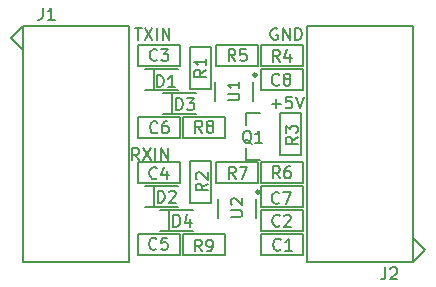
<source format=gto>
G04 #@! TF.GenerationSoftware,KiCad,Pcbnew,5.1.2-f72e74a~84~ubuntu18.04.1*
G04 #@! TF.CreationDate,2019-05-27T13:07:39-06:00*
G04 #@! TF.ProjectId,sprinkler_node_buffer,73707269-6e6b-46c6-9572-5f6e6f64655f,rev?*
G04 #@! TF.SameCoordinates,Original*
G04 #@! TF.FileFunction,Legend,Top*
G04 #@! TF.FilePolarity,Positive*
%FSLAX46Y46*%
G04 Gerber Fmt 4.6, Leading zero omitted, Abs format (unit mm)*
G04 Created by KiCad (PCBNEW 5.1.2-f72e74a~84~ubuntu18.04.1) date 2019-05-27 13:07:39*
%MOMM*%
%LPD*%
G04 APERTURE LIST*
%ADD10C,0.150000*%
%ADD11C,0.203200*%
%ADD12C,0.300000*%
G04 APERTURE END LIST*
D10*
X46594828Y-53309780D02*
X46261495Y-52833590D01*
X46023400Y-53309780D02*
X46023400Y-52309780D01*
X46404352Y-52309780D01*
X46499590Y-52357400D01*
X46547209Y-52405019D01*
X46594828Y-52500257D01*
X46594828Y-52643114D01*
X46547209Y-52738352D01*
X46499590Y-52785971D01*
X46404352Y-52833590D01*
X46023400Y-52833590D01*
X46928161Y-52309780D02*
X47594828Y-53309780D01*
X47594828Y-52309780D02*
X46928161Y-53309780D01*
X47975780Y-53309780D02*
X47975780Y-52309780D01*
X48451971Y-53309780D02*
X48451971Y-52309780D01*
X49023400Y-53309780D01*
X49023400Y-52309780D01*
X57820085Y-48534628D02*
X58581990Y-48534628D01*
X58201038Y-48915580D02*
X58201038Y-48153676D01*
X59534371Y-47915580D02*
X59058180Y-47915580D01*
X59010561Y-48391771D01*
X59058180Y-48344152D01*
X59153419Y-48296533D01*
X59391514Y-48296533D01*
X59486752Y-48344152D01*
X59534371Y-48391771D01*
X59581990Y-48487009D01*
X59581990Y-48725104D01*
X59534371Y-48820342D01*
X59486752Y-48867961D01*
X59391514Y-48915580D01*
X59153419Y-48915580D01*
X59058180Y-48867961D01*
X59010561Y-48820342D01*
X59867704Y-47915580D02*
X60201038Y-48915580D01*
X60534371Y-47915580D01*
X58293095Y-42172000D02*
X58197857Y-42124380D01*
X58055000Y-42124380D01*
X57912142Y-42172000D01*
X57816904Y-42267238D01*
X57769285Y-42362476D01*
X57721666Y-42552952D01*
X57721666Y-42695809D01*
X57769285Y-42886285D01*
X57816904Y-42981523D01*
X57912142Y-43076761D01*
X58055000Y-43124380D01*
X58150238Y-43124380D01*
X58293095Y-43076761D01*
X58340714Y-43029142D01*
X58340714Y-42695809D01*
X58150238Y-42695809D01*
X58769285Y-43124380D02*
X58769285Y-42124380D01*
X59340714Y-43124380D01*
X59340714Y-42124380D01*
X59816904Y-43124380D02*
X59816904Y-42124380D01*
X60055000Y-42124380D01*
X60197857Y-42172000D01*
X60293095Y-42267238D01*
X60340714Y-42362476D01*
X60388333Y-42552952D01*
X60388333Y-42695809D01*
X60340714Y-42886285D01*
X60293095Y-42981523D01*
X60197857Y-43076761D01*
X60055000Y-43124380D01*
X59816904Y-43124380D01*
X46253590Y-42098980D02*
X46825019Y-42098980D01*
X46539304Y-43098980D02*
X46539304Y-42098980D01*
X47063114Y-42098980D02*
X47729780Y-43098980D01*
X47729780Y-42098980D02*
X47063114Y-43098980D01*
X48110733Y-43098980D02*
X48110733Y-42098980D01*
X48586923Y-43098980D02*
X48586923Y-42098980D01*
X49158352Y-43098980D01*
X49158352Y-42098980D01*
X69778000Y-61936000D02*
X70778000Y-60936000D01*
X70778000Y-60936000D02*
X69778000Y-59936000D01*
X60778000Y-61936000D02*
X69778000Y-61936000D01*
X69778000Y-61936000D02*
X69778000Y-41936000D01*
X69778000Y-41936000D02*
X60778000Y-41936000D01*
X60778000Y-41936000D02*
X60778000Y-61936000D01*
D11*
X56896000Y-61341000D02*
X56896000Y-59563000D01*
X60452000Y-61341000D02*
X56896000Y-61341000D01*
X60452000Y-59563000D02*
X60452000Y-61341000D01*
X56896000Y-59563000D02*
X60452000Y-59563000D01*
X56896000Y-57531000D02*
X60452000Y-57531000D01*
X60452000Y-57531000D02*
X60452000Y-59309000D01*
X60452000Y-59309000D02*
X56896000Y-59309000D01*
X56896000Y-59309000D02*
X56896000Y-57531000D01*
X50038000Y-43561000D02*
X50038000Y-45339000D01*
X46482000Y-43561000D02*
X50038000Y-43561000D01*
X46482000Y-45339000D02*
X46482000Y-43561000D01*
X50038000Y-45339000D02*
X46482000Y-45339000D01*
X50038000Y-55245000D02*
X46482000Y-55245000D01*
X46482000Y-55245000D02*
X46482000Y-53467000D01*
X46482000Y-53467000D02*
X50038000Y-53467000D01*
X50038000Y-53467000D02*
X50038000Y-55245000D01*
X46482000Y-59563000D02*
X50038000Y-59563000D01*
X50038000Y-59563000D02*
X50038000Y-61341000D01*
X50038000Y-61341000D02*
X46482000Y-61341000D01*
X46482000Y-61341000D02*
X46482000Y-59563000D01*
X46482000Y-51435000D02*
X46482000Y-49657000D01*
X50038000Y-51435000D02*
X46482000Y-51435000D01*
X50038000Y-49657000D02*
X50038000Y-51435000D01*
X46482000Y-49657000D02*
X50038000Y-49657000D01*
X49914000Y-47382000D02*
X47114000Y-47382000D01*
X49914000Y-45582000D02*
X47114000Y-45582000D01*
X47879000Y-47382000D02*
X47879000Y-45582000D01*
X47879000Y-57288000D02*
X47879000Y-55488000D01*
X49914000Y-55488000D02*
X47114000Y-55488000D01*
X49914000Y-57288000D02*
X47114000Y-57288000D01*
X49403000Y-49414000D02*
X49403000Y-47614000D01*
X51438000Y-47614000D02*
X48638000Y-47614000D01*
X51438000Y-49414000D02*
X48638000Y-49414000D01*
X51184000Y-59320000D02*
X48384000Y-59320000D01*
X51184000Y-57520000D02*
X48384000Y-57520000D01*
X49149000Y-59320000D02*
X49149000Y-57520000D01*
D10*
X45775000Y-61950000D02*
X45775000Y-41950000D01*
X36775000Y-61950000D02*
X45775000Y-61950000D01*
X36775000Y-41950000D02*
X36775000Y-61950000D01*
X45775000Y-41950000D02*
X36775000Y-41950000D01*
X35775000Y-42950000D02*
X36775000Y-43950000D01*
X36775000Y-41950000D02*
X35775000Y-42950000D01*
D11*
X55618000Y-52308000D02*
X55618000Y-53308000D01*
X55618000Y-53308000D02*
X56868000Y-53308000D01*
X55618000Y-50308000D02*
X55618000Y-49308000D01*
X55618000Y-49308000D02*
X56868000Y-49308000D01*
X50927000Y-47244000D02*
X50927000Y-43688000D01*
X50927000Y-43688000D02*
X52705000Y-43688000D01*
X52705000Y-43688000D02*
X52705000Y-47244000D01*
X52705000Y-47244000D02*
X50927000Y-47244000D01*
X52705000Y-53340000D02*
X52705000Y-56896000D01*
X52705000Y-56896000D02*
X50927000Y-56896000D01*
X50927000Y-56896000D02*
X50927000Y-53340000D01*
X50927000Y-53340000D02*
X52705000Y-53340000D01*
X58547000Y-49276000D02*
X60325000Y-49276000D01*
X58547000Y-52832000D02*
X58547000Y-49276000D01*
X60325000Y-52832000D02*
X58547000Y-52832000D01*
X60325000Y-49276000D02*
X60325000Y-52832000D01*
X60452000Y-45339000D02*
X56896000Y-45339000D01*
X56896000Y-45339000D02*
X56896000Y-43561000D01*
X56896000Y-43561000D02*
X60452000Y-43561000D01*
X60452000Y-43561000D02*
X60452000Y-45339000D01*
X53086000Y-45339000D02*
X53086000Y-43561000D01*
X56642000Y-45339000D02*
X53086000Y-45339000D01*
X56642000Y-43561000D02*
X56642000Y-45339000D01*
X53086000Y-43561000D02*
X56642000Y-43561000D01*
X60452000Y-55245000D02*
X56896000Y-55245000D01*
X56896000Y-55245000D02*
X56896000Y-53467000D01*
X56896000Y-53467000D02*
X60452000Y-53467000D01*
X60452000Y-53467000D02*
X60452000Y-55245000D01*
X53086000Y-55245000D02*
X53086000Y-53467000D01*
X56642000Y-55245000D02*
X53086000Y-55245000D01*
X56642000Y-53467000D02*
X56642000Y-55245000D01*
X53086000Y-53467000D02*
X56642000Y-53467000D01*
X53848000Y-49657000D02*
X53848000Y-51435000D01*
X50292000Y-49657000D02*
X53848000Y-49657000D01*
X50292000Y-51435000D02*
X50292000Y-49657000D01*
X53848000Y-51435000D02*
X50292000Y-51435000D01*
X53848000Y-61341000D02*
X50292000Y-61341000D01*
X50292000Y-61341000D02*
X50292000Y-59563000D01*
X50292000Y-59563000D02*
X53848000Y-59563000D01*
X53848000Y-59563000D02*
X53848000Y-61341000D01*
D12*
X56510000Y-46098000D02*
G75*
G03X56510000Y-46098000I-100000J0D01*
G01*
D10*
X53010000Y-46698000D02*
X53010000Y-48298000D01*
X56210000Y-46698000D02*
X56210000Y-48298000D01*
X56464000Y-56604000D02*
X56464000Y-58204000D01*
X53264000Y-56604000D02*
X53264000Y-58204000D01*
D12*
X56764000Y-56004000D02*
G75*
G03X56764000Y-56004000I-100000J0D01*
G01*
D11*
X60452000Y-55499000D02*
X60452000Y-57277000D01*
X56896000Y-55499000D02*
X60452000Y-55499000D01*
X56896000Y-57277000D02*
X56896000Y-55499000D01*
X60452000Y-57277000D02*
X56896000Y-57277000D01*
X60452000Y-47371000D02*
X56896000Y-47371000D01*
X56896000Y-47371000D02*
X56896000Y-45593000D01*
X56896000Y-45593000D02*
X60452000Y-45593000D01*
X60452000Y-45593000D02*
X60452000Y-47371000D01*
D10*
X67444666Y-62388380D02*
X67444666Y-63102666D01*
X67397047Y-63245523D01*
X67301809Y-63340761D01*
X67158952Y-63388380D01*
X67063714Y-63388380D01*
X67873238Y-62483619D02*
X67920857Y-62436000D01*
X68016095Y-62388380D01*
X68254190Y-62388380D01*
X68349428Y-62436000D01*
X68397047Y-62483619D01*
X68444666Y-62578857D01*
X68444666Y-62674095D01*
X68397047Y-62816952D01*
X67825619Y-63388380D01*
X68444666Y-63388380D01*
X58583533Y-60859942D02*
X58535914Y-60907561D01*
X58393057Y-60955180D01*
X58297819Y-60955180D01*
X58154961Y-60907561D01*
X58059723Y-60812323D01*
X58012104Y-60717085D01*
X57964485Y-60526609D01*
X57964485Y-60383752D01*
X58012104Y-60193276D01*
X58059723Y-60098038D01*
X58154961Y-60002800D01*
X58297819Y-59955180D01*
X58393057Y-59955180D01*
X58535914Y-60002800D01*
X58583533Y-60050419D01*
X59535914Y-60955180D02*
X58964485Y-60955180D01*
X59250200Y-60955180D02*
X59250200Y-59955180D01*
X59154961Y-60098038D01*
X59059723Y-60193276D01*
X58964485Y-60240895D01*
X58507333Y-58827942D02*
X58459714Y-58875561D01*
X58316857Y-58923180D01*
X58221619Y-58923180D01*
X58078761Y-58875561D01*
X57983523Y-58780323D01*
X57935904Y-58685085D01*
X57888285Y-58494609D01*
X57888285Y-58351752D01*
X57935904Y-58161276D01*
X57983523Y-58066038D01*
X58078761Y-57970800D01*
X58221619Y-57923180D01*
X58316857Y-57923180D01*
X58459714Y-57970800D01*
X58507333Y-58018419D01*
X58888285Y-58018419D02*
X58935904Y-57970800D01*
X59031142Y-57923180D01*
X59269238Y-57923180D01*
X59364476Y-57970800D01*
X59412095Y-58018419D01*
X59459714Y-58113657D01*
X59459714Y-58208895D01*
X59412095Y-58351752D01*
X58840666Y-58923180D01*
X59459714Y-58923180D01*
X48118733Y-44807142D02*
X48071114Y-44854761D01*
X47928257Y-44902380D01*
X47833019Y-44902380D01*
X47690161Y-44854761D01*
X47594923Y-44759523D01*
X47547304Y-44664285D01*
X47499685Y-44473809D01*
X47499685Y-44330952D01*
X47547304Y-44140476D01*
X47594923Y-44045238D01*
X47690161Y-43950000D01*
X47833019Y-43902380D01*
X47928257Y-43902380D01*
X48071114Y-43950000D01*
X48118733Y-43997619D01*
X48452066Y-43902380D02*
X49071114Y-43902380D01*
X48737780Y-44283333D01*
X48880638Y-44283333D01*
X48975876Y-44330952D01*
X49023495Y-44378571D01*
X49071114Y-44473809D01*
X49071114Y-44711904D01*
X49023495Y-44807142D01*
X48975876Y-44854761D01*
X48880638Y-44902380D01*
X48594923Y-44902380D01*
X48499685Y-44854761D01*
X48452066Y-44807142D01*
X48093333Y-54814742D02*
X48045714Y-54862361D01*
X47902857Y-54909980D01*
X47807619Y-54909980D01*
X47664761Y-54862361D01*
X47569523Y-54767123D01*
X47521904Y-54671885D01*
X47474285Y-54481409D01*
X47474285Y-54338552D01*
X47521904Y-54148076D01*
X47569523Y-54052838D01*
X47664761Y-53957600D01*
X47807619Y-53909980D01*
X47902857Y-53909980D01*
X48045714Y-53957600D01*
X48093333Y-54005219D01*
X48950476Y-54243314D02*
X48950476Y-54909980D01*
X48712380Y-53862361D02*
X48474285Y-54576647D01*
X49093333Y-54576647D01*
X48067933Y-60783742D02*
X48020314Y-60831361D01*
X47877457Y-60878980D01*
X47782219Y-60878980D01*
X47639361Y-60831361D01*
X47544123Y-60736123D01*
X47496504Y-60640885D01*
X47448885Y-60450409D01*
X47448885Y-60307552D01*
X47496504Y-60117076D01*
X47544123Y-60021838D01*
X47639361Y-59926600D01*
X47782219Y-59878980D01*
X47877457Y-59878980D01*
X48020314Y-59926600D01*
X48067933Y-59974219D01*
X48972695Y-59878980D02*
X48496504Y-59878980D01*
X48448885Y-60355171D01*
X48496504Y-60307552D01*
X48591742Y-60259933D01*
X48829838Y-60259933D01*
X48925076Y-60307552D01*
X48972695Y-60355171D01*
X49020314Y-60450409D01*
X49020314Y-60688504D01*
X48972695Y-60783742D01*
X48925076Y-60831361D01*
X48829838Y-60878980D01*
X48591742Y-60878980D01*
X48496504Y-60831361D01*
X48448885Y-60783742D01*
X48144133Y-50928542D02*
X48096514Y-50976161D01*
X47953657Y-51023780D01*
X47858419Y-51023780D01*
X47715561Y-50976161D01*
X47620323Y-50880923D01*
X47572704Y-50785685D01*
X47525085Y-50595209D01*
X47525085Y-50452352D01*
X47572704Y-50261876D01*
X47620323Y-50166638D01*
X47715561Y-50071400D01*
X47858419Y-50023780D01*
X47953657Y-50023780D01*
X48096514Y-50071400D01*
X48144133Y-50119019D01*
X49001276Y-50023780D02*
X48810800Y-50023780D01*
X48715561Y-50071400D01*
X48667942Y-50119019D01*
X48572704Y-50261876D01*
X48525085Y-50452352D01*
X48525085Y-50833304D01*
X48572704Y-50928542D01*
X48620323Y-50976161D01*
X48715561Y-51023780D01*
X48906038Y-51023780D01*
X49001276Y-50976161D01*
X49048895Y-50928542D01*
X49096514Y-50833304D01*
X49096514Y-50595209D01*
X49048895Y-50499971D01*
X49001276Y-50452352D01*
X48906038Y-50404733D01*
X48715561Y-50404733D01*
X48620323Y-50452352D01*
X48572704Y-50499971D01*
X48525085Y-50595209D01*
X48106104Y-47112180D02*
X48106104Y-46112180D01*
X48344200Y-46112180D01*
X48487057Y-46159800D01*
X48582295Y-46255038D01*
X48629914Y-46350276D01*
X48677533Y-46540752D01*
X48677533Y-46683609D01*
X48629914Y-46874085D01*
X48582295Y-46969323D01*
X48487057Y-47064561D01*
X48344200Y-47112180D01*
X48106104Y-47112180D01*
X49629914Y-47112180D02*
X49058485Y-47112180D01*
X49344200Y-47112180D02*
X49344200Y-46112180D01*
X49248961Y-46255038D01*
X49153723Y-46350276D01*
X49058485Y-46397895D01*
X48182304Y-56891180D02*
X48182304Y-55891180D01*
X48420400Y-55891180D01*
X48563257Y-55938800D01*
X48658495Y-56034038D01*
X48706114Y-56129276D01*
X48753733Y-56319752D01*
X48753733Y-56462609D01*
X48706114Y-56653085D01*
X48658495Y-56748323D01*
X48563257Y-56843561D01*
X48420400Y-56891180D01*
X48182304Y-56891180D01*
X49134685Y-55986419D02*
X49182304Y-55938800D01*
X49277542Y-55891180D01*
X49515638Y-55891180D01*
X49610876Y-55938800D01*
X49658495Y-55986419D01*
X49706114Y-56081657D01*
X49706114Y-56176895D01*
X49658495Y-56319752D01*
X49087066Y-56891180D01*
X49706114Y-56891180D01*
X49731704Y-49042580D02*
X49731704Y-48042580D01*
X49969800Y-48042580D01*
X50112657Y-48090200D01*
X50207895Y-48185438D01*
X50255514Y-48280676D01*
X50303133Y-48471152D01*
X50303133Y-48614009D01*
X50255514Y-48804485D01*
X50207895Y-48899723D01*
X50112657Y-48994961D01*
X49969800Y-49042580D01*
X49731704Y-49042580D01*
X50636466Y-48042580D02*
X51255514Y-48042580D01*
X50922180Y-48423533D01*
X51065038Y-48423533D01*
X51160276Y-48471152D01*
X51207895Y-48518771D01*
X51255514Y-48614009D01*
X51255514Y-48852104D01*
X51207895Y-48947342D01*
X51160276Y-48994961D01*
X51065038Y-49042580D01*
X50779323Y-49042580D01*
X50684085Y-48994961D01*
X50636466Y-48947342D01*
X49503104Y-58923180D02*
X49503104Y-57923180D01*
X49741200Y-57923180D01*
X49884057Y-57970800D01*
X49979295Y-58066038D01*
X50026914Y-58161276D01*
X50074533Y-58351752D01*
X50074533Y-58494609D01*
X50026914Y-58685085D01*
X49979295Y-58780323D01*
X49884057Y-58875561D01*
X49741200Y-58923180D01*
X49503104Y-58923180D01*
X50931676Y-58256514D02*
X50931676Y-58923180D01*
X50693580Y-57875561D02*
X50455485Y-58589847D01*
X51074533Y-58589847D01*
X38441666Y-40402380D02*
X38441666Y-41116666D01*
X38394047Y-41259523D01*
X38298809Y-41354761D01*
X38155952Y-41402380D01*
X38060714Y-41402380D01*
X39441666Y-41402380D02*
X38870238Y-41402380D01*
X39155952Y-41402380D02*
X39155952Y-40402380D01*
X39060714Y-40545238D01*
X38965476Y-40640476D01*
X38870238Y-40688095D01*
X56114961Y-51906419D02*
X56019723Y-51858800D01*
X55924485Y-51763561D01*
X55781628Y-51620704D01*
X55686390Y-51573085D01*
X55591152Y-51573085D01*
X55638771Y-51811180D02*
X55543533Y-51763561D01*
X55448295Y-51668323D01*
X55400676Y-51477847D01*
X55400676Y-51144514D01*
X55448295Y-50954038D01*
X55543533Y-50858800D01*
X55638771Y-50811180D01*
X55829247Y-50811180D01*
X55924485Y-50858800D01*
X56019723Y-50954038D01*
X56067342Y-51144514D01*
X56067342Y-51477847D01*
X56019723Y-51668323D01*
X55924485Y-51763561D01*
X55829247Y-51811180D01*
X55638771Y-51811180D01*
X57019723Y-51811180D02*
X56448295Y-51811180D01*
X56734009Y-51811180D02*
X56734009Y-50811180D01*
X56638771Y-50954038D01*
X56543533Y-51049276D01*
X56448295Y-51096895D01*
X52268380Y-45658066D02*
X51792190Y-45991400D01*
X52268380Y-46229495D02*
X51268380Y-46229495D01*
X51268380Y-45848542D01*
X51316000Y-45753304D01*
X51363619Y-45705685D01*
X51458857Y-45658066D01*
X51601714Y-45658066D01*
X51696952Y-45705685D01*
X51744571Y-45753304D01*
X51792190Y-45848542D01*
X51792190Y-46229495D01*
X52268380Y-44705685D02*
X52268380Y-45277114D01*
X52268380Y-44991400D02*
X51268380Y-44991400D01*
X51411238Y-45086638D01*
X51506476Y-45181876D01*
X51554095Y-45277114D01*
X52395380Y-55284666D02*
X51919190Y-55618000D01*
X52395380Y-55856095D02*
X51395380Y-55856095D01*
X51395380Y-55475142D01*
X51443000Y-55379904D01*
X51490619Y-55332285D01*
X51585857Y-55284666D01*
X51728714Y-55284666D01*
X51823952Y-55332285D01*
X51871571Y-55379904D01*
X51919190Y-55475142D01*
X51919190Y-55856095D01*
X51490619Y-54903714D02*
X51443000Y-54856095D01*
X51395380Y-54760857D01*
X51395380Y-54522761D01*
X51443000Y-54427523D01*
X51490619Y-54379904D01*
X51585857Y-54332285D01*
X51681095Y-54332285D01*
X51823952Y-54379904D01*
X52395380Y-54951333D01*
X52395380Y-54332285D01*
X60015380Y-51322266D02*
X59539190Y-51655600D01*
X60015380Y-51893695D02*
X59015380Y-51893695D01*
X59015380Y-51512742D01*
X59063000Y-51417504D01*
X59110619Y-51369885D01*
X59205857Y-51322266D01*
X59348714Y-51322266D01*
X59443952Y-51369885D01*
X59491571Y-51417504D01*
X59539190Y-51512742D01*
X59539190Y-51893695D01*
X59015380Y-50988933D02*
X59015380Y-50369885D01*
X59396333Y-50703219D01*
X59396333Y-50560361D01*
X59443952Y-50465123D01*
X59491571Y-50417504D01*
X59586809Y-50369885D01*
X59824904Y-50369885D01*
X59920142Y-50417504D01*
X59967761Y-50465123D01*
X60015380Y-50560361D01*
X60015380Y-50846076D01*
X59967761Y-50941314D01*
X59920142Y-50988933D01*
X58507333Y-44953180D02*
X58174000Y-44476990D01*
X57935904Y-44953180D02*
X57935904Y-43953180D01*
X58316857Y-43953180D01*
X58412095Y-44000800D01*
X58459714Y-44048419D01*
X58507333Y-44143657D01*
X58507333Y-44286514D01*
X58459714Y-44381752D01*
X58412095Y-44429371D01*
X58316857Y-44476990D01*
X57935904Y-44476990D01*
X59364476Y-44286514D02*
X59364476Y-44953180D01*
X59126380Y-43905561D02*
X58888285Y-44619847D01*
X59507333Y-44619847D01*
X54748133Y-44902380D02*
X54414800Y-44426190D01*
X54176704Y-44902380D02*
X54176704Y-43902380D01*
X54557657Y-43902380D01*
X54652895Y-43950000D01*
X54700514Y-43997619D01*
X54748133Y-44092857D01*
X54748133Y-44235714D01*
X54700514Y-44330952D01*
X54652895Y-44378571D01*
X54557657Y-44426190D01*
X54176704Y-44426190D01*
X55652895Y-43902380D02*
X55176704Y-43902380D01*
X55129085Y-44378571D01*
X55176704Y-44330952D01*
X55271942Y-44283333D01*
X55510038Y-44283333D01*
X55605276Y-44330952D01*
X55652895Y-44378571D01*
X55700514Y-44473809D01*
X55700514Y-44711904D01*
X55652895Y-44807142D01*
X55605276Y-44854761D01*
X55510038Y-44902380D01*
X55271942Y-44902380D01*
X55176704Y-44854761D01*
X55129085Y-44807142D01*
X58507333Y-54833780D02*
X58174000Y-54357590D01*
X57935904Y-54833780D02*
X57935904Y-53833780D01*
X58316857Y-53833780D01*
X58412095Y-53881400D01*
X58459714Y-53929019D01*
X58507333Y-54024257D01*
X58507333Y-54167114D01*
X58459714Y-54262352D01*
X58412095Y-54309971D01*
X58316857Y-54357590D01*
X57935904Y-54357590D01*
X59364476Y-53833780D02*
X59174000Y-53833780D01*
X59078761Y-53881400D01*
X59031142Y-53929019D01*
X58935904Y-54071876D01*
X58888285Y-54262352D01*
X58888285Y-54643304D01*
X58935904Y-54738542D01*
X58983523Y-54786161D01*
X59078761Y-54833780D01*
X59269238Y-54833780D01*
X59364476Y-54786161D01*
X59412095Y-54738542D01*
X59459714Y-54643304D01*
X59459714Y-54405209D01*
X59412095Y-54309971D01*
X59364476Y-54262352D01*
X59269238Y-54214733D01*
X59078761Y-54214733D01*
X58983523Y-54262352D01*
X58935904Y-54309971D01*
X58888285Y-54405209D01*
X54773533Y-54859180D02*
X54440200Y-54382990D01*
X54202104Y-54859180D02*
X54202104Y-53859180D01*
X54583057Y-53859180D01*
X54678295Y-53906800D01*
X54725914Y-53954419D01*
X54773533Y-54049657D01*
X54773533Y-54192514D01*
X54725914Y-54287752D01*
X54678295Y-54335371D01*
X54583057Y-54382990D01*
X54202104Y-54382990D01*
X55106866Y-53859180D02*
X55773533Y-53859180D01*
X55344961Y-54859180D01*
X51928733Y-50972980D02*
X51595400Y-50496790D01*
X51357304Y-50972980D02*
X51357304Y-49972980D01*
X51738257Y-49972980D01*
X51833495Y-50020600D01*
X51881114Y-50068219D01*
X51928733Y-50163457D01*
X51928733Y-50306314D01*
X51881114Y-50401552D01*
X51833495Y-50449171D01*
X51738257Y-50496790D01*
X51357304Y-50496790D01*
X52500161Y-50401552D02*
X52404923Y-50353933D01*
X52357304Y-50306314D01*
X52309685Y-50211076D01*
X52309685Y-50163457D01*
X52357304Y-50068219D01*
X52404923Y-50020600D01*
X52500161Y-49972980D01*
X52690638Y-49972980D01*
X52785876Y-50020600D01*
X52833495Y-50068219D01*
X52881114Y-50163457D01*
X52881114Y-50211076D01*
X52833495Y-50306314D01*
X52785876Y-50353933D01*
X52690638Y-50401552D01*
X52500161Y-50401552D01*
X52404923Y-50449171D01*
X52357304Y-50496790D01*
X52309685Y-50592028D01*
X52309685Y-50782504D01*
X52357304Y-50877742D01*
X52404923Y-50925361D01*
X52500161Y-50972980D01*
X52690638Y-50972980D01*
X52785876Y-50925361D01*
X52833495Y-50877742D01*
X52881114Y-50782504D01*
X52881114Y-50592028D01*
X52833495Y-50496790D01*
X52785876Y-50449171D01*
X52690638Y-50401552D01*
X51903333Y-61031380D02*
X51570000Y-60555190D01*
X51331904Y-61031380D02*
X51331904Y-60031380D01*
X51712857Y-60031380D01*
X51808095Y-60079000D01*
X51855714Y-60126619D01*
X51903333Y-60221857D01*
X51903333Y-60364714D01*
X51855714Y-60459952D01*
X51808095Y-60507571D01*
X51712857Y-60555190D01*
X51331904Y-60555190D01*
X52379523Y-61031380D02*
X52570000Y-61031380D01*
X52665238Y-60983761D01*
X52712857Y-60936142D01*
X52808095Y-60793285D01*
X52855714Y-60602809D01*
X52855714Y-60221857D01*
X52808095Y-60126619D01*
X52760476Y-60079000D01*
X52665238Y-60031380D01*
X52474761Y-60031380D01*
X52379523Y-60079000D01*
X52331904Y-60126619D01*
X52284285Y-60221857D01*
X52284285Y-60459952D01*
X52331904Y-60555190D01*
X52379523Y-60602809D01*
X52474761Y-60650428D01*
X52665238Y-60650428D01*
X52760476Y-60602809D01*
X52808095Y-60555190D01*
X52855714Y-60459952D01*
X54087780Y-48234504D02*
X54897304Y-48234504D01*
X54992542Y-48186885D01*
X55040161Y-48139266D01*
X55087780Y-48044028D01*
X55087780Y-47853552D01*
X55040161Y-47758314D01*
X54992542Y-47710695D01*
X54897304Y-47663076D01*
X54087780Y-47663076D01*
X55087780Y-46663076D02*
X55087780Y-47234504D01*
X55087780Y-46948790D02*
X54087780Y-46948790D01*
X54230638Y-47044028D01*
X54325876Y-47139266D01*
X54373495Y-47234504D01*
X54341780Y-58089704D02*
X55151304Y-58089704D01*
X55246542Y-58042085D01*
X55294161Y-57994466D01*
X55341780Y-57899228D01*
X55341780Y-57708752D01*
X55294161Y-57613514D01*
X55246542Y-57565895D01*
X55151304Y-57518276D01*
X54341780Y-57518276D01*
X54437019Y-57089704D02*
X54389400Y-57042085D01*
X54341780Y-56946847D01*
X54341780Y-56708752D01*
X54389400Y-56613514D01*
X54437019Y-56565895D01*
X54532257Y-56518276D01*
X54627495Y-56518276D01*
X54770352Y-56565895D01*
X55341780Y-57137323D01*
X55341780Y-56518276D01*
X58456533Y-56922942D02*
X58408914Y-56970561D01*
X58266057Y-57018180D01*
X58170819Y-57018180D01*
X58027961Y-56970561D01*
X57932723Y-56875323D01*
X57885104Y-56780085D01*
X57837485Y-56589609D01*
X57837485Y-56446752D01*
X57885104Y-56256276D01*
X57932723Y-56161038D01*
X58027961Y-56065800D01*
X58170819Y-56018180D01*
X58266057Y-56018180D01*
X58408914Y-56065800D01*
X58456533Y-56113419D01*
X58789866Y-56018180D02*
X59456533Y-56018180D01*
X59027961Y-57018180D01*
X58456533Y-46889942D02*
X58408914Y-46937561D01*
X58266057Y-46985180D01*
X58170819Y-46985180D01*
X58027961Y-46937561D01*
X57932723Y-46842323D01*
X57885104Y-46747085D01*
X57837485Y-46556609D01*
X57837485Y-46413752D01*
X57885104Y-46223276D01*
X57932723Y-46128038D01*
X58027961Y-46032800D01*
X58170819Y-45985180D01*
X58266057Y-45985180D01*
X58408914Y-46032800D01*
X58456533Y-46080419D01*
X59027961Y-46413752D02*
X58932723Y-46366133D01*
X58885104Y-46318514D01*
X58837485Y-46223276D01*
X58837485Y-46175657D01*
X58885104Y-46080419D01*
X58932723Y-46032800D01*
X59027961Y-45985180D01*
X59218438Y-45985180D01*
X59313676Y-46032800D01*
X59361295Y-46080419D01*
X59408914Y-46175657D01*
X59408914Y-46223276D01*
X59361295Y-46318514D01*
X59313676Y-46366133D01*
X59218438Y-46413752D01*
X59027961Y-46413752D01*
X58932723Y-46461371D01*
X58885104Y-46508990D01*
X58837485Y-46604228D01*
X58837485Y-46794704D01*
X58885104Y-46889942D01*
X58932723Y-46937561D01*
X59027961Y-46985180D01*
X59218438Y-46985180D01*
X59313676Y-46937561D01*
X59361295Y-46889942D01*
X59408914Y-46794704D01*
X59408914Y-46604228D01*
X59361295Y-46508990D01*
X59313676Y-46461371D01*
X59218438Y-46413752D01*
M02*

</source>
